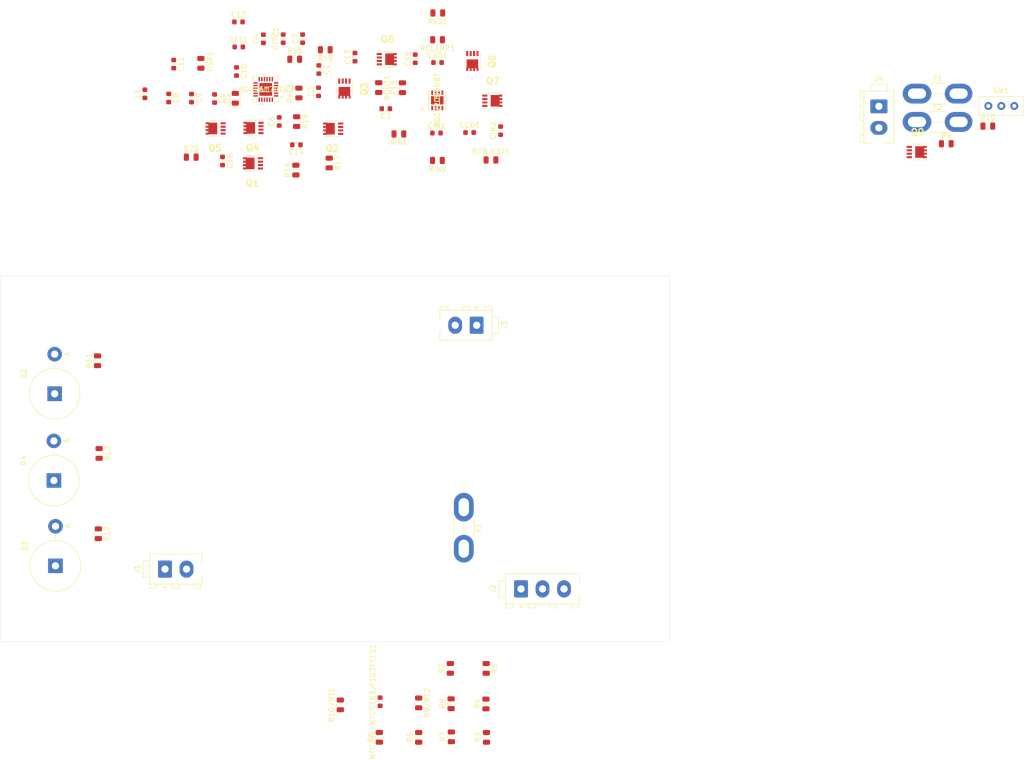
<source format=kicad_pcb>
(kicad_pcb (version 20171130) (host pcbnew "(5.1.4)-1")
  (layers (0 F.Cu signal) (31 B.Cu signal) (34 B.Paste user) (35 F.Paste user) (36 B.SilkS user) (37 F.SilkS user) (38 B.Mask user) (39 F.Mask user) (44 Edge.Cuts user))
  (net 0 "")
  (net 1 "Net-(C1-Pad2)")
  (net 2 "Net-(C2-Pad1)")
  (net 3 "Net-(C4-Pad1)")
  (net 4 REGN)
  (net 5 BTST)
  (net 6 "Net-(C7-Pad1)")
  (net 7 SRP)
  (net 8 SRN)
  (net 9 "Net-(C14-Pad2)")
  (net 10 "Net-(C14-Pad1)")
  (net 11 "Net-(C15-Pad2)")
  (net 12 "Net-(C16-Pad1)")
  (net 13 "Net-(CCD1-Pad1)")
  (net 14 VFB)
  (net 15 "Net-(CIN1-Pad2)")
  (net 16 "Net-(CIN1-Pad1)")
  (net 17 "Net-(CTTC1-Pad1)")
  (net 18 "Net-(CVD1-Pad1)")
  (net 19 "Net-(D2-Pad2)")
  (net 20 STAT1)
  (net 21 "Net-(D3-Pad2)")
  (net 22 STAT2)
  (net 23 "Net-(D4-Pad2)")
  (net 24 PG)
  (net 25 "Net-(J1-Pad1)")
  (net 26 "Net-(J2-Pad2)")
  (net 27 "Net-(NTCTH1/NTCG163JF103FT1S1-Pad2)")
  (net 28 ACSET)
  (net 29 ISET2)
  (net 30 "Net-(R7-Pad2)")
  (net 31 "Net-(R18-Pad1)")
  (net 32 "Net-(R19-Pad2)")
  (net 33 "Net-(ROUT1-Pad2)")
  (net 34 Q5S)
  (net 35 Q4D)
  (net 36 Q4S)
  (net 37 Q6S)
  (net 38 Q4G)
  (net 39 Q5G)
  (net 40 Q6D)
  (net 41 Q6G)
  (net 42 "Net-(Q8-Pad4)")
  (net 43 "Net-(F1-Pad1)")
  (net 44 "Net-(F2-Pad1)")
  (net 45 GBAT)
  (net 46 "Net-(Q9-Pad4)")
  (net 47 "Net-(R9-Pad1)")
  (module PololuSwitch:PololuSwitch (layer F.Cu) (at 255.5054 44.837199)
    (fp_text reference SW1 (at 0.1 1.4) (layer F.SilkS))
    (fp_text value SW_DIP_x01)
    (pad 3 thru_hole circle (at 2.65 4.35) (size 1.524 1.524) (drill 0.762) (layers *.Cu *.Mask))
    (pad 2 thru_hole circle (at 0.15 4.35) (size 1.524 1.524) (drill 0.762) (layers *.Cu *.Mask) (net 47 "Net-(R9-Pad1)"))
    (pad 1 thru_hole circle (at -2.35 4.35) (size 1.524 1.524) (drill 0.762) (layers *.Cu *.Mask) (net 8 SRN))
  )
  (module Resistor_SMD:R_0805_2012Metric (layer F.Cu) (at 253.0504 53.0722)
    (fp_text reference R10 (at 0 -1.65) (layer F.SilkS))
    (fp_text value R_US)
    (pad 2 smd roundrect (at 0.9375 0) (size 0.975 1.4) (layers F.Cu F.Paste F.Mask) (net 34 Q5S))
    (pad 1 smd roundrect (at -0.9375 0) (size 0.975 1.4) (layers F.Cu F.Paste F.Mask) (net 46 "Net-(Q9-Pad4)"))
  )
  (module Resistor_SMD:R_0805_2012Metric (layer F.Cu) (at 245.0604 56.4622)
    (fp_text reference R9 (at 0 -1.65) (layer F.SilkS))
    (fp_text value R_US)
    (pad 2 smd roundrect (at 0.9375 0) (size 0.975 1.4) (layers F.Cu F.Paste F.Mask) (net 46 "Net-(Q9-Pad4)"))
    (pad 1 smd roundrect (at -0.9375 0) (size 0.975 1.4) (layers F.Cu F.Paste F.Mask) (net 47 "Net-(R9-Pad1)"))
  )
  (module SI7617DN-T1-GE3:SIS862DNT1GE3 (layer F.Cu) (at 239.4954 58.0622)
    (fp_text reference Q9 (at 0 -3.81) (layer F.SilkS) (effects (font (size 1.27 1.27) (thickness 0.254))))
    (fp_text value SIS412DN-T1-GE3 hide)
    (pad 11 smd rect (at 1.175 -1.156 90) (size 0.077 0.25) (layers F.Cu F.Paste F.Mask))
    (pad 10 smd rect (at 1.175 1.156 90) (size 0.077 0.25) (layers F.Cu F.Paste F.Mask))
    (pad 9 smd rect (at 0.438 -0.002) (size 1.725 2.235) (layers F.Cu F.Paste F.Mask))
    (pad 8 smd rect (at 1.555 -0.992 90) (size 0.405 0.51) (layers F.Cu F.Paste F.Mask) (net 45 GBAT))
    (pad 7 smd rect (at 1.555 -0.332 90) (size 0.405 0.51) (layers F.Cu F.Paste F.Mask) (net 45 GBAT))
    (pad 6 smd rect (at 1.555 0.328 90) (size 0.405 0.51) (layers F.Cu F.Paste F.Mask) (net 45 GBAT))
    (pad 5 smd rect (at 1.555 0.988 90) (size 0.405 0.51) (layers F.Cu F.Paste F.Mask) (net 45 GBAT))
    (pad 4 smd rect (at -1.555 0.988 90) (size 0.405 0.99) (layers F.Cu F.Paste F.Mask) (net 46 "Net-(Q9-Pad4)"))
    (pad 3 smd rect (at -1.555 0.328 90) (size 0.405 0.99) (layers F.Cu F.Paste F.Mask) (net 34 Q5S))
    (pad 2 smd rect (at -1.555 -0.332 90) (size 0.405 0.99) (layers F.Cu F.Paste F.Mask) (net 34 Q5S))
    (pad 1 smd rect (at -1.555 -0.992 90) (size 0.405 0.99) (layers F.Cu F.Paste F.Mask) (net 34 Q5S))
  )
  (module Connector_TE-Connectivity:TE_MATE-N-LOK_1-770866-x_1x02_P4.14mm_Vertical (layer F.Cu) (at 232.0804 49.2622)
    (fp_text reference J4 (at 0 -5.35) (layer F.SilkS))
    (fp_text value Conn_01x02_Male)
    (pad "" np_thru_hole circle (at 0 8.58) (size 3.18 3.18) (drill 3.18) (layers *.Cu *.Mask))
    (pad 2 thru_hole oval (at 0 4.14) (size 3.3 2.64) (drill 1.4) (layers *.Cu *.Mask) (net 43 "Net-(F1-Pad1)"))
    (pad 1 thru_hole roundrect (at 0 0) (size 3.3 2.64) (drill 1.4) (layers *.Cu *.Mask) (roundrect_rratio 0.094697) (net 45 GBAT))
  )
  (module Fuse:Fuse_Blade_Mini_directSolder (layer F.Cu) (at 239.4204 52.2622)
    (fp_text reference F2 (at 3.95 -2.85) (layer F.SilkS))
    (fp_text value Fuse)
    (pad 2 thru_hole oval (at 8 0) (size 5.3 3.8) (drill oval 3.5 2) (layers *.Cu *.Mask) (net 37 Q6S))
    (pad 1 thru_hole oval (at 0 0) (size 5.5 3.8) (drill oval 3.5 2) (layers *.Cu *.Mask) (net 44 "Net-(F2-Pad1)"))
  )
  (module Fuse:Fuse_Blade_Mini_directSolder (layer F.Cu) (at 239.4204 46.8122)
    (fp_text reference F1 (at 3.95 -2.85) (layer F.SilkS))
    (fp_text value Fuse)
    (pad 2 thru_hole oval (at 8 0) (size 5.3 3.8) (drill oval 3.5 2) (layers *.Cu *.Mask) (net 8 SRN))
    (pad 1 thru_hole oval (at 0 0) (size 5.5 3.8) (drill oval 3.5 2) (layers *.Cu *.Mask) (net 43 "Net-(F1-Pad1)"))
  )
  (module SI7617DN-T1-GE3:SIS862DNT1GE3 (layer F.Cu) (at 129.159 45.9486 270)
    (fp_text reference Q3 (at 0 -3.81 90) (layer F.SilkS) (effects (font (size 1.27 1.27) (thickness 0.254))))
    (fp_text value SI7617DN-T1-GE3 hide)
    (pad 11 smd rect (at 1.175 -1.156) (size 0.077 0.25) (layers F.Cu F.Paste F.Mask))
    (pad 10 smd rect (at 1.175 1.156) (size 0.077 0.25) (layers F.Cu F.Paste F.Mask))
    (pad 9 smd rect (at 0.438 -0.002 270) (size 1.725 2.235) (layers F.Cu F.Paste F.Mask))
    (pad 8 smd rect (at 1.555 -0.992) (size 0.405 0.51) (layers F.Cu F.Paste F.Mask) (net 35 Q4D))
    (pad 7 smd rect (at 1.555 -0.332) (size 0.405 0.51) (layers F.Cu F.Paste F.Mask) (net 35 Q4D))
    (pad 6 smd rect (at 1.555 0.328) (size 0.405 0.51) (layers F.Cu F.Paste F.Mask) (net 35 Q4D))
    (pad 5 smd rect (at 1.555 0.988) (size 0.405 0.51) (layers F.Cu F.Paste F.Mask) (net 35 Q4D))
    (pad 4 smd rect (at -1.555 0.988) (size 0.405 0.99) (layers F.Cu F.Paste F.Mask) (net 11 "Net-(C15-Pad2)"))
    (pad 3 smd rect (at -1.555 0.328) (size 0.405 0.99) (layers F.Cu F.Paste F.Mask) (net 8 SRN))
    (pad 2 smd rect (at -1.555 -0.332) (size 0.405 0.99) (layers F.Cu F.Paste F.Mask) (net 8 SRN))
    (pad 1 smd rect (at -1.555 -0.992) (size 0.405 0.99) (layers F.Cu F.Paste F.Mask) (net 8 SRN))
  )
  (module BQ24617RGET:BQ24617RGET (layer F.Cu) (at 114.0206 45.9994 180)
    (fp_text reference U1 (at 0 0) (layer F.SilkS))
    (fp_text value BQ24617RGET (at 0 0) (layer F.SilkS))
    (fp_text user * (at -3.035 -1.881) (layer F.SilkS))
    (pad 25 smd rect (at 0 0 180) (size 2.45 2.45) (layers F.Cu F.Paste F.Mask) (net 34 Q5S))
    (pad 24 smd rect (at -1.250315 -1.975 180) (size 0.28 0.85) (layers F.Cu F.Paste F.Mask) (net 6 "Net-(C7-Pad1)"))
    (pad 23 smd rect (at -0.750189 -1.975 180) (size 0.28 0.85) (layers F.Cu F.Paste F.Mask) (net 32 "Net-(R19-Pad2)"))
    (pad 22 smd rect (at -0.250063 -1.975 180) (size 0.28 0.85) (layers F.Cu F.Paste F.Mask) (net 5 BTST))
    (pad 21 smd rect (at 0.250063 -1.975 180) (size 0.28 0.85) (layers F.Cu F.Paste F.Mask) (net 38 Q4G))
    (pad 20 smd rect (at 0.750189 -1.975 180) (size 0.28 0.85) (layers F.Cu F.Paste F.Mask) (net 36 Q4S))
    (pad 19 smd rect (at 1.250315 -1.975 180) (size 0.28 0.85) (layers F.Cu F.Paste F.Mask) (net 39 Q5G))
    (pad 18 smd rect (at 1.975 -1.25 270) (size 0.28 0.85) (layers F.Cu F.Paste F.Mask) (net 4 REGN))
    (pad 17 smd rect (at 1.975 -0.750001 270) (size 0.28 0.85) (layers F.Cu F.Paste F.Mask) (net 34 Q5S))
    (pad 16 smd rect (at 1.975 -0.25 270) (size 0.28 0.85) (layers F.Cu F.Paste F.Mask) (net 28 ACSET))
    (pad 15 smd rect (at 1.975 0.25 270) (size 0.28 0.85) (layers F.Cu F.Paste F.Mask) (net 29 ISET2))
    (pad 14 smd rect (at 1.975 0.750001 270) (size 0.28 0.85) (layers F.Cu F.Paste F.Mask) (net 7 SRP))
    (pad 13 smd rect (at 1.975 1.25 270) (size 0.28 0.85) (layers F.Cu F.Paste F.Mask) (net 8 SRN))
    (pad 12 smd rect (at 1.250315 1.975 180) (size 0.28 0.85) (layers F.Cu F.Paste F.Mask) (net 14 VFB))
    (pad 11 smd rect (at 0.750189 1.975 180) (size 0.28 0.85) (layers F.Cu F.Paste F.Mask) (net 30 "Net-(R7-Pad2)"))
    (pad 10 smd rect (at 0.250063 1.975 180) (size 0.28 0.85) (layers F.Cu F.Paste F.Mask) (net 3 "Net-(C4-Pad1)"))
    (pad 9 smd rect (at -0.250063 1.975 180) (size 0.28 0.85) (layers F.Cu F.Paste F.Mask) (net 22 STAT2))
    (pad 8 smd rect (at -0.750189 1.975 180) (size 0.28 0.85) (layers F.Cu F.Paste F.Mask) (net 24 PG))
    (pad 7 smd rect (at -1.250315 1.975 180) (size 0.28 0.85) (layers F.Cu F.Paste F.Mask) (net 17 "Net-(CTTC1-Pad1)"))
    (pad 6 smd rect (at -1.975 1.25 270) (size 0.28 0.85) (layers F.Cu F.Paste F.Mask) (net 1 "Net-(C1-Pad2)"))
    (pad 5 smd rect (at -1.975 0.750001 270) (size 0.28 0.85) (layers F.Cu F.Paste F.Mask) (net 20 STAT1))
    (pad 4 smd rect (at -1.975 0.25 270) (size 0.28 0.85) (layers F.Cu F.Paste F.Mask) (net 3 "Net-(C4-Pad1)"))
    (pad 3 smd rect (at -1.975 -0.25 270) (size 0.28 0.85) (layers F.Cu F.Paste F.Mask) (net 31 "Net-(R18-Pad1)"))
    (pad 2 smd rect (at -1.975 -0.750001 270) (size 0.28 0.85) (layers F.Cu F.Paste F.Mask) (net 2 "Net-(C2-Pad1)"))
    (pad 1 smd rect (at -1.975 -1.25 270) (size 0.28 0.85) (layers F.Cu F.Paste F.Mask) (net 35 Q4D))
  )
  (module BQ29200DRBT:BQ29200DRBT (layer F.Cu) (at 147.0406 48.1076 90)
    (fp_text reference U3 (at 0 0 90) (layer F.SilkS))
    (fp_text value BQ29200DRBT (at 0 0 90) (layer F.SilkS))
    (fp_text user * (at -1.708799 -2.468 90) (layer F.SilkS))
    (pad 9 smd rect (at 0 0 90) (size 1.6 2.4) (layers F.Cu F.Paste F.Mask) (net 34 Q5S))
    (pad 8 smd rect (at 1.475001 -0.974999 90) (size 0.85 0.35) (layers F.Cu F.Paste F.Mask) (net 33 "Net-(ROUT1-Pad2)"))
    (pad 7 smd rect (at 1.475001 -0.325001 90) (size 0.85 0.35) (layers F.Cu F.Paste F.Mask) (net 18 "Net-(CVD1-Pad1)"))
    (pad 6 smd rect (at 1.475001 0.325001 90) (size 0.85 0.35) (layers F.Cu F.Paste F.Mask) (net 34 Q5S))
    (pad 5 smd rect (at 1.475001 0.974999 90) (size 0.85 0.35) (layers F.Cu F.Paste F.Mask) (net 34 Q5S))
    (pad 4 smd rect (at -1.475001 0.974999 90) (size 0.85 0.35) (layers F.Cu F.Paste F.Mask) (net 13 "Net-(CCD1-Pad1)"))
    (pad 3 smd rect (at -1.475001 0.325001 90) (size 0.85 0.35) (layers F.Cu F.Paste F.Mask) (net 41 Q6G))
    (pad 2 smd rect (at -1.475001 -0.325001 90) (size 0.85 0.35) (layers F.Cu F.Paste F.Mask) (net 15 "Net-(CIN1-Pad2)"))
    (pad 1 smd rect (at -1.475001 -0.974999 90) (size 0.85 0.35) (layers F.Cu F.Paste F.Mask) (net 16 "Net-(CIN1-Pad1)"))
  )
  (module Resistor_SMD:R_0805_2012Metric (layer F.Cu) (at 147.1422 31.2674 180)
    (fp_text reference RVD1 (at 0 -1.65) (layer F.SilkS))
    (fp_text value 100Ohm)
    (pad 2 smd roundrect (at 0.9375 0 180) (size 0.975 1.4) (layers F.Cu F.Paste F.Mask) (net 18 "Net-(CVD1-Pad1)"))
    (pad 1 smd roundrect (at -0.9375 0 180) (size 0.975 1.4) (layers F.Cu F.Paste F.Mask) (net 37 Q6S))
  )
  (module Resistor_SMD:R_0805_2012Metric (layer F.Cu) (at 101.5238 40.9702 270)
    (fp_text reference RSR1 (at -0.3556 -1.778 90) (layer F.SilkS))
    (fp_text value 10mOhm)
    (pad 2 smd roundrect (at 0.9375 0 270) (size 0.975 1.4) (layers F.Cu F.Paste F.Mask) (net 7 SRP))
    (pad 1 smd roundrect (at -0.9375 0 270) (size 0.975 1.4) (layers F.Cu F.Paste F.Mask) (net 8 SRN))
  )
  (module Resistor_SMD:R_0805_2012Metric (layer F.Cu) (at 135.763 45.6438 270)
    (fp_text reference ROUT1 (at 0 -1.65 90) (layer F.SilkS))
    (fp_text value 1kOhm)
    (pad 2 smd roundrect (at 0.9375 0 270) (size 0.975 1.4) (layers F.Cu F.Paste F.Mask) (net 33 "Net-(ROUT1-Pad2)"))
    (pad 1 smd roundrect (at -0.9375 0 270) (size 0.975 1.4) (layers F.Cu F.Paste F.Mask) (net 42 "Net-(Q8-Pad4)"))
  )
  (module Resistor_SMD:R_0805_2012Metric (layer F.Cu) (at 147.066 59.69 180)
    (fp_text reference RIN2 (at 0 -1.65) (layer F.SilkS))
    (fp_text value 1kOhm)
    (pad 2 smd roundrect (at 0.9375 0 180) (size 0.975 1.4) (layers F.Cu F.Paste F.Mask) (net 26 "Net-(J2-Pad2)"))
    (pad 1 smd roundrect (at -0.9375 0 180) (size 0.975 1.4) (layers F.Cu F.Paste F.Mask) (net 15 "Net-(CIN1-Pad2)"))
  )
  (module Resistor_SMD:R_0805_2012Metric (layer F.Cu) (at 139.6492 54.5846 180)
    (fp_text reference RIN1 (at 0 -1.65) (layer F.SilkS))
    (fp_text value 1kOhm)
    (pad 2 smd roundrect (at 0.9375 0 180) (size 0.975 1.4) (layers F.Cu F.Paste F.Mask) (net 37 Q6S))
    (pad 1 smd roundrect (at -0.9375 0 180) (size 0.975 1.4) (layers F.Cu F.Paste F.Mask) (net 16 "Net-(CIN1-Pad1)"))
  )
  (module Resistor_SMD:R_0805_2012Metric (layer F.Cu) (at 147.0937 36.4236 180)
    (fp_text reference RCLAMP1 (at 0 -1.65) (layer F.SilkS))
    (fp_text value 3kOhm)
    (pad 2 smd roundrect (at 0.9375 0 180) (size 0.975 1.4) (layers F.Cu F.Paste F.Mask) (net 40 Q6D))
    (pad 1 smd roundrect (at -0.9375 0 180) (size 0.975 1.4) (layers F.Cu F.Paste F.Mask) (net 41 Q6G))
  )
  (module Resistor_SMD:R_0805_2012Metric (layer F.Cu) (at 157.3784 59.5884)
    (fp_text reference RCB_EXT1 (at 0 -1.65) (layer F.SilkS))
    (fp_text value 5.3Ohm)
    (pad 2 smd roundrect (at 0.9375 0) (size 0.975 1.4) (layers F.Cu F.Paste F.Mask) (net 40 Q6D))
    (pad 1 smd roundrect (at -0.9375 0) (size 0.975 1.4) (layers F.Cu F.Paste F.Mask) (net 26 "Net-(J2-Pad2)"))
  )
  (module Resistor_SMD:R_0805_2012Metric (layer F.Cu) (at 120.396 46.6875 90)
    (fp_text reference RAC1 (at 0 -1.65 90) (layer F.SilkS))
    (fp_text value 10mOhm)
    (pad 2 smd roundrect (at 0.9375 0 90) (size 0.975 1.4) (layers F.Cu F.Paste F.Mask) (net 2 "Net-(C2-Pad1)"))
    (pad 1 smd roundrect (at -0.9375 0 90) (size 0.975 1.4) (layers F.Cu F.Paste F.Mask) (net 35 Q4D))
  )
  (module Resistor_SMD:R_0805_2012Metric (layer F.Cu) (at 143.4592 164.211 270)
    (fp_text reference R9/RT2 (at 0 -1.65 90) (layer F.SilkS))
    (fp_text value 9071Ohm)
    (pad 2 smd roundrect (at 0.9375 0 270) (size 0.975 1.4) (layers F.Cu F.Paste F.Mask) (net 3 "Net-(C4-Pad1)"))
    (pad 1 smd roundrect (at -0.9375 0 270) (size 0.975 1.4) (layers F.Cu F.Paste F.Mask) (net 27 "Net-(NTCTH1/NTCG163JF103FT1S1-Pad2)"))
  )
  (module Resistor_SMD:R_0805_2012Metric (layer F.Cu) (at 128.3716 164.5897 90)
    (fp_text reference R10/RT1 (at 0 -1.65 90) (layer F.SilkS))
    (fp_text value 2454Ohm)
    (pad 2 smd roundrect (at 0.9375 0 90) (size 0.975 1.4) (layers F.Cu F.Paste F.Mask) (net 27 "Net-(NTCTH1/NTCG163JF103FT1S1-Pad2)"))
    (pad 1 smd roundrect (at -0.9375 0 90) (size 0.975 1.4) (layers F.Cu F.Paste F.Mask) (net 34 Q5S))
  )
  (module Resistor_SMD:R_0805_2012Metric (layer F.Cu) (at 99.6719 59.055)
    (fp_text reference R20 (at 0 -1.65) (layer F.SilkS))
    (fp_text value 2Ohm)
    (pad 2 smd roundrect (at 0.9375 0) (size 0.975 1.4) (layers F.Cu F.Paste F.Mask) (net 12 "Net-(C16-Pad1)"))
    (pad 1 smd roundrect (at -0.9375 0) (size 0.975 1.4) (layers F.Cu F.Paste F.Mask) (net 25 "Net-(J1-Pad1)"))
  )
  (module Resistor_SMD:R_0805_2012Metric (layer F.Cu) (at 125.476 38.354 180)
    (fp_text reference R19 (at 0 -1.65) (layer F.SilkS))
    (fp_text value 1kOhm)
    (pad 2 smd roundrect (at 0.9375 0 180) (size 0.975 1.4) (layers F.Cu F.Paste F.Mask) (net 32 "Net-(R19-Pad2)"))
    (pad 1 smd roundrect (at -0.9375 0 180) (size 0.975 1.4) (layers F.Cu F.Paste F.Mask) (net 11 "Net-(C15-Pad2)"))
  )
  (module Resistor_SMD:R_0805_2012Metric (layer F.Cu) (at 119.9642 52.197 270)
    (fp_text reference R18 (at 0 -1.65 90) (layer F.SilkS))
    (fp_text value 1kOhm)
    (pad 2 smd roundrect (at 0.9375 0 270) (size 0.975 1.4) (layers F.Cu F.Paste F.Mask) (net 9 "Net-(C14-Pad2)"))
    (pad 1 smd roundrect (at -0.9375 0 270) (size 0.975 1.4) (layers F.Cu F.Paste F.Mask) (net 31 "Net-(R18-Pad1)"))
  )
  (module Resistor_SMD:R_0805_2012Metric (layer F.Cu) (at 126.238 60.1749 270)
    (fp_text reference R17 (at 0 -1.65 90) (layer F.SilkS))
    (fp_text value 10Ohm)
    (pad 2 smd roundrect (at 0.9375 0 270) (size 0.975 1.4) (layers F.Cu F.Paste F.Mask) (net 10 "Net-(C14-Pad1)"))
    (pad 1 smd roundrect (at -0.9375 0 270) (size 0.975 1.4) (layers F.Cu F.Paste F.Mask) (net 6 "Net-(C7-Pad1)"))
  )
  (module Resistor_SMD:R_0805_2012Metric (layer F.Cu) (at 119.5832 40.1828)
    (fp_text reference R16 (at 0 -1.65) (layer F.SilkS))
    (fp_text value 100Ohm)
    (pad 2 smd roundrect (at 0.9375 0) (size 0.975 1.4) (layers F.Cu F.Paste F.Mask) (net 27 "Net-(NTCTH1/NTCG163JF103FT1S1-Pad2)"))
    (pad 1 smd roundrect (at -0.9375 0) (size 0.975 1.4) (layers F.Cu F.Paste F.Mask) (net 1 "Net-(C1-Pad2)"))
  )
  (module Resistor_SMD:R_0805_2012Metric (layer F.Cu) (at 140.335 45.6692 90)
    (fp_text reference R15 (at 0 -1.65 90) (layer F.SilkS))
    (fp_text value 100kOhm)
    (pad 2 smd roundrect (at 0.9375 0 90) (size 0.975 1.4) (layers F.Cu F.Paste F.Mask) (net 11 "Net-(C15-Pad2)"))
    (pad 1 smd roundrect (at -0.9375 0 90) (size 0.975 1.4) (layers F.Cu F.Paste F.Mask) (net 35 Q4D))
  )
  (module Resistor_SMD:R_0805_2012Metric (layer F.Cu) (at 119.8118 61.5442 90)
    (fp_text reference R14 (at 0 -1.65 90) (layer F.SilkS))
    (fp_text value 100kOhm)
    (pad 2 smd roundrect (at 0.9375 0 90) (size 0.975 1.4) (layers F.Cu F.Paste F.Mask) (net 9 "Net-(C14-Pad2)"))
    (pad 1 smd roundrect (at -0.9375 0 90) (size 0.975 1.4) (layers F.Cu F.Paste F.Mask) (net 10 "Net-(C14-Pad1)"))
  )
  (module Resistor_SMD:R_0805_2012Metric (layer F.Cu) (at 81.9277 116.1415 270)
    (fp_text reference R13 (at 0 -1.65 90) (layer F.SilkS))
    (fp_text value 10kOhm)
    (pad 2 smd roundrect (at 0.9375 0 270) (size 0.975 1.4) (layers F.Cu F.Paste F.Mask) (net 25 "Net-(J1-Pad1)"))
    (pad 1 smd roundrect (at -0.9375 0 270) (size 0.975 1.4) (layers F.Cu F.Paste F.Mask) (net 23 "Net-(D4-Pad2)"))
  )
  (module Resistor_SMD:R_0805_2012Metric (layer F.Cu) (at 81.7753 131.6078 270)
    (fp_text reference R12 (at 0 -1.65 90) (layer F.SilkS))
    (fp_text value 10kOhm)
    (pad 2 smd roundrect (at 0.9375 0 270) (size 0.975 1.4) (layers F.Cu F.Paste F.Mask) (net 25 "Net-(J1-Pad1)"))
    (pad 1 smd roundrect (at -0.9375 0 270) (size 0.975 1.4) (layers F.Cu F.Paste F.Mask) (net 21 "Net-(D3-Pad2)"))
  )
  (module Resistor_SMD:R_0805_2012Metric (layer F.Cu) (at 81.6229 98.2853 90)
    (fp_text reference R11 (at 0 -1.65 90) (layer F.SilkS))
    (fp_text value 10kOhm)
    (pad 2 smd roundrect (at 0.9375 0 90) (size 0.975 1.4) (layers F.Cu F.Paste F.Mask) (net 25 "Net-(J1-Pad1)"))
    (pad 1 smd roundrect (at -0.9375 0 90) (size 0.975 1.4) (layers F.Cu F.Paste F.Mask) (net 19 "Net-(D2-Pad2)"))
  )
  (module Resistor_SMD:R_0805_2012Metric (layer F.Cu) (at 149.7076 164.3634 90)
    (fp_text reference R8 (at 0 -1.65 90) (layer F.SilkS))
    (fp_text value 26kOhm)
    (pad 2 smd roundrect (at 0.9375 0 90) (size 0.975 1.4) (layers F.Cu F.Paste F.Mask) (net 34 Q5S))
    (pad 1 smd roundrect (at -0.9375 0 90) (size 0.975 1.4) (layers F.Cu F.Paste F.Mask) (net 30 "Net-(R7-Pad2)"))
  )
  (module Resistor_SMD:R_0805_2012Metric (layer F.Cu) (at 149.7584 170.7411 90)
    (fp_text reference R7 (at 0 -1.65 90) (layer F.SilkS))
    (fp_text value 100kOhm)
    (pad 2 smd roundrect (at 0.9375 0 90) (size 0.975 1.4) (layers F.Cu F.Paste F.Mask) (net 30 "Net-(R7-Pad2)"))
    (pad 1 smd roundrect (at -0.9375 0 90) (size 0.975 1.4) (layers F.Cu F.Paste F.Mask) (net 3 "Net-(C4-Pad1)"))
  )
  (module Resistor_SMD:R_0805_2012Metric (layer F.Cu) (at 135.89 170.8381 90)
    (fp_text reference R6 (at 0 -1.65 90) (layer F.SilkS))
    (fp_text value 2.2kOhm)
    (pad 2 smd roundrect (at 0.9375 0 90) (size 0.975 1.4) (layers F.Cu F.Paste F.Mask) (net 34 Q5S))
    (pad 1 smd roundrect (at -0.9375 0 90) (size 0.975 1.4) (layers F.Cu F.Paste F.Mask) (net 29 ISET2))
  )
  (module Resistor_SMD:R_0805_2012Metric (layer F.Cu) (at 143.4592 170.8427 90)
    (fp_text reference R5 (at 0 -1.65 90) (layer F.SilkS))
    (fp_text value 100kOhm)
    (pad 2 smd roundrect (at 0.9375 0 90) (size 0.975 1.4) (layers F.Cu F.Paste F.Mask) (net 29 ISET2))
    (pad 1 smd roundrect (at -0.9375 0 90) (size 0.975 1.4) (layers F.Cu F.Paste F.Mask) (net 3 "Net-(C4-Pad1)"))
  )
  (module Resistor_SMD:R_0805_2012Metric (layer F.Cu) (at 156.4132 164.4142 90)
    (fp_text reference R4 (at 0 -1.65 90) (layer F.SilkS))
    (fp_text value 32kOhm)
    (pad 2 smd roundrect (at 0.9375 0 90) (size 0.975 1.4) (layers F.Cu F.Paste F.Mask) (net 34 Q5S))
    (pad 1 smd roundrect (at -0.9375 0 90) (size 0.975 1.4) (layers F.Cu F.Paste F.Mask) (net 28 ACSET))
  )
  (module Resistor_SMD:R_0805_2012Metric (layer F.Cu) (at 156.5148 170.8427 90)
    (fp_text reference R3 (at 0 -1.65 90) (layer F.SilkS))
    (fp_text value 100kOhm)
    (pad 2 smd roundrect (at 0.9375 0 90) (size 0.975 1.4) (layers F.Cu F.Paste F.Mask) (net 28 ACSET))
    (pad 1 smd roundrect (at -0.9375 0 90) (size 0.975 1.4) (layers F.Cu F.Paste F.Mask) (net 3 "Net-(C4-Pad1)"))
  )
  (module Resistor_SMD:R_0805_2012Metric (layer F.Cu) (at 149.5552 157.5562 90)
    (fp_text reference R2 (at 0 -1.65 90) (layer F.SilkS))
    (fp_text value 300kOhm)
    (pad 2 smd roundrect (at 0.9375 0 90) (size 0.975 1.4) (layers F.Cu F.Paste F.Mask) (net 14 VFB))
    (pad 1 smd roundrect (at -0.9375 0 90) (size 0.975 1.4) (layers F.Cu F.Paste F.Mask) (net 8 SRN))
  )
  (module Resistor_SMD:R_0805_2012Metric (layer F.Cu) (at 156.464 157.5562 270)
    (fp_text reference R1 (at 0 -1.65 90) (layer F.SilkS))
    (fp_text value 100kOhm)
    (pad 2 smd roundrect (at 0.9375 0 270) (size 0.975 1.4) (layers F.Cu F.Paste F.Mask) (net 34 Q5S))
    (pad 1 smd roundrect (at -0.9375 0 270) (size 0.975 1.4) (layers F.Cu F.Paste F.Mask) (net 14 VFB))
  )
  (module SI7617DN-T1-GE3:SIS862DNT1GE3 (layer F.Cu) (at 137.4394 40.1828)
    (fp_text reference Q8 (at 0 -3.81) (layer F.SilkS) (effects (font (size 1.27 1.27) (thickness 0.254))))
    (fp_text value SIS412DN-T1-GE3 hide)
    (pad 11 smd rect (at 1.175 -1.156 90) (size 0.077 0.25) (layers F.Cu F.Paste F.Mask))
    (pad 10 smd rect (at 1.175 1.156 90) (size 0.077 0.25) (layers F.Cu F.Paste F.Mask))
    (pad 9 smd rect (at 0.438 -0.002) (size 1.725 2.235) (layers F.Cu F.Paste F.Mask))
    (pad 8 smd rect (at 1.555 -0.992 90) (size 0.405 0.51) (layers F.Cu F.Paste F.Mask) (net 44 "Net-(F2-Pad1)"))
    (pad 7 smd rect (at 1.555 -0.332 90) (size 0.405 0.51) (layers F.Cu F.Paste F.Mask) (net 44 "Net-(F2-Pad1)"))
    (pad 6 smd rect (at 1.555 0.328 90) (size 0.405 0.51) (layers F.Cu F.Paste F.Mask) (net 44 "Net-(F2-Pad1)"))
    (pad 5 smd rect (at 1.555 0.988 90) (size 0.405 0.51) (layers F.Cu F.Paste F.Mask) (net 44 "Net-(F2-Pad1)"))
    (pad 4 smd rect (at -1.555 0.988 90) (size 0.405 0.99) (layers F.Cu F.Paste F.Mask) (net 42 "Net-(Q8-Pad4)"))
    (pad 3 smd rect (at -1.555 0.328 90) (size 0.405 0.99) (layers F.Cu F.Paste F.Mask) (net 34 Q5S))
    (pad 2 smd rect (at -1.555 -0.332 90) (size 0.405 0.99) (layers F.Cu F.Paste F.Mask) (net 34 Q5S))
    (pad 1 smd rect (at -1.555 -0.992 90) (size 0.405 0.99) (layers F.Cu F.Paste F.Mask) (net 34 Q5S))
  )
  (module SI7617DN-T1-GE3:SIS862DNT1GE3 (layer F.Cu) (at 157.7532 48.1858)
    (fp_text reference Q7 (at 0 -3.81) (layer F.SilkS) (effects (font (size 1.27 1.27) (thickness 0.254))))
    (fp_text value SI7617DN-T1-GE3 hide)
    (pad 11 smd rect (at 1.175 -1.156 90) (size 0.077 0.25) (layers F.Cu F.Paste F.Mask))
    (pad 10 smd rect (at 1.175 1.156 90) (size 0.077 0.25) (layers F.Cu F.Paste F.Mask))
    (pad 9 smd rect (at 0.438 -0.002) (size 1.725 2.235) (layers F.Cu F.Paste F.Mask))
    (pad 8 smd rect (at 1.555 -0.992 90) (size 0.405 0.51) (layers F.Cu F.Paste F.Mask) (net 34 Q5S))
    (pad 7 smd rect (at 1.555 -0.332 90) (size 0.405 0.51) (layers F.Cu F.Paste F.Mask) (net 34 Q5S))
    (pad 6 smd rect (at 1.555 0.328 90) (size 0.405 0.51) (layers F.Cu F.Paste F.Mask) (net 34 Q5S))
    (pad 5 smd rect (at 1.555 0.988 90) (size 0.405 0.51) (layers F.Cu F.Paste F.Mask) (net 34 Q5S))
    (pad 4 smd rect (at -1.555 0.988 90) (size 0.405 0.99) (layers F.Cu F.Paste F.Mask) (net 41 Q6G))
    (pad 3 smd rect (at -1.555 0.328 90) (size 0.405 0.99) (layers F.Cu F.Paste F.Mask) (net 40 Q6D))
    (pad 2 smd rect (at -1.555 -0.332 90) (size 0.405 0.99) (layers F.Cu F.Paste F.Mask) (net 40 Q6D))
    (pad 1 smd rect (at -1.555 -0.992 90) (size 0.405 0.99) (layers F.Cu F.Paste F.Mask) (net 40 Q6D))
  )
  (module SI7617DN-T1-GE3:SIS862DNT1GE3 (layer F.Cu) (at 153.795 40.6338 270)
    (fp_text reference Q6 (at 0 -3.81 90) (layer F.SilkS) (effects (font (size 1.27 1.27) (thickness 0.254))))
    (fp_text value SIS412DN-T1-GE3 hide)
    (pad 11 smd rect (at 1.175 -1.156) (size 0.077 0.25) (layers F.Cu F.Paste F.Mask))
    (pad 10 smd rect (at 1.175 1.156) (size 0.077 0.25) (layers F.Cu F.Paste F.Mask))
    (pad 9 smd rect (at 0.438 -0.002 270) (size 1.725 2.235) (layers F.Cu F.Paste F.Mask))
    (pad 8 smd rect (at 1.555 -0.992) (size 0.405 0.51) (layers F.Cu F.Paste F.Mask) (net 40 Q6D))
    (pad 7 smd rect (at 1.555 -0.332) (size 0.405 0.51) (layers F.Cu F.Paste F.Mask) (net 40 Q6D))
    (pad 6 smd rect (at 1.555 0.328) (size 0.405 0.51) (layers F.Cu F.Paste F.Mask) (net 40 Q6D))
    (pad 5 smd rect (at 1.555 0.988) (size 0.405 0.51) (layers F.Cu F.Paste F.Mask) (net 40 Q6D))
    (pad 4 smd rect (at -1.555 0.988) (size 0.405 0.99) (layers F.Cu F.Paste F.Mask) (net 41 Q6G))
    (pad 3 smd rect (at -1.555 0.328) (size 0.405 0.99) (layers F.Cu F.Paste F.Mask) (net 37 Q6S))
    (pad 2 smd rect (at -1.555 -0.332) (size 0.405 0.99) (layers F.Cu F.Paste F.Mask) (net 37 Q6S))
    (pad 1 smd rect (at -1.555 -0.992) (size 0.405 0.99) (layers F.Cu F.Paste F.Mask) (net 37 Q6S))
  )
  (module SI7617DN-T1-GE3:SIS862DNT1GE3 (layer F.Cu) (at 104.2478 53.5158 180)
    (fp_text reference Q5 (at 0 -3.81) (layer F.SilkS) (effects (font (size 1.27 1.27) (thickness 0.254))))
    (fp_text value SIS412DN-T1-GE3 hide)
    (pad 11 smd rect (at 1.175 -1.156 270) (size 0.077 0.25) (layers F.Cu F.Paste F.Mask))
    (pad 10 smd rect (at 1.175 1.156 270) (size 0.077 0.25) (layers F.Cu F.Paste F.Mask))
    (pad 9 smd rect (at 0.438 -0.002 180) (size 1.725 2.235) (layers F.Cu F.Paste F.Mask))
    (pad 8 smd rect (at 1.555 -0.992 270) (size 0.405 0.51) (layers F.Cu F.Paste F.Mask) (net 36 Q4S))
    (pad 7 smd rect (at 1.555 -0.332 270) (size 0.405 0.51) (layers F.Cu F.Paste F.Mask) (net 36 Q4S))
    (pad 6 smd rect (at 1.555 0.328 270) (size 0.405 0.51) (layers F.Cu F.Paste F.Mask) (net 36 Q4S))
    (pad 5 smd rect (at 1.555 0.988 270) (size 0.405 0.51) (layers F.Cu F.Paste F.Mask) (net 36 Q4S))
    (pad 4 smd rect (at -1.555 0.988 270) (size 0.405 0.99) (layers F.Cu F.Paste F.Mask) (net 39 Q5G))
    (pad 3 smd rect (at -1.555 0.328 270) (size 0.405 0.99) (layers F.Cu F.Paste F.Mask) (net 34 Q5S))
    (pad 2 smd rect (at -1.555 -0.332 270) (size 0.405 0.99) (layers F.Cu F.Paste F.Mask) (net 34 Q5S))
    (pad 1 smd rect (at -1.555 -0.992 270) (size 0.405 0.99) (layers F.Cu F.Paste F.Mask) (net 34 Q5S))
  )
  (module SI7617DN-T1-GE3:SIS862DNT1GE3 (layer F.Cu) (at 111.5314 53.4162 180)
    (fp_text reference Q4 (at 0 -3.81) (layer F.SilkS) (effects (font (size 1.27 1.27) (thickness 0.254))))
    (fp_text value SIS412DN-T1-GE3 hide)
    (pad 11 smd rect (at 1.175 -1.156 270) (size 0.077 0.25) (layers F.Cu F.Paste F.Mask))
    (pad 10 smd rect (at 1.175 1.156 270) (size 0.077 0.25) (layers F.Cu F.Paste F.Mask))
    (pad 9 smd rect (at 0.438 -0.002 180) (size 1.725 2.235) (layers F.Cu F.Paste F.Mask))
    (pad 8 smd rect (at 1.555 -0.992 270) (size 0.405 0.51) (layers F.Cu F.Paste F.Mask) (net 35 Q4D))
    (pad 7 smd rect (at 1.555 -0.332 270) (size 0.405 0.51) (layers F.Cu F.Paste F.Mask) (net 35 Q4D))
    (pad 6 smd rect (at 1.555 0.328 270) (size 0.405 0.51) (layers F.Cu F.Paste F.Mask) (net 35 Q4D))
    (pad 5 smd rect (at 1.555 0.988 270) (size 0.405 0.51) (layers F.Cu F.Paste F.Mask) (net 35 Q4D))
    (pad 4 smd rect (at -1.555 0.988 270) (size 0.405 0.99) (layers F.Cu F.Paste F.Mask) (net 38 Q4G))
    (pad 3 smd rect (at -1.555 0.328 270) (size 0.405 0.99) (layers F.Cu F.Paste F.Mask) (net 36 Q4S))
    (pad 2 smd rect (at -1.555 -0.332 270) (size 0.405 0.99) (layers F.Cu F.Paste F.Mask) (net 36 Q4S))
    (pad 1 smd rect (at -1.555 -0.992 270) (size 0.405 0.99) (layers F.Cu F.Paste F.Mask) (net 36 Q4S))
  )
  (module SI7617DN-T1-GE3:SIS862DNT1GE3 (layer F.Cu) (at 126.8792 53.5666 180)
    (fp_text reference Q2 (at 0 -3.81) (layer F.SilkS) (effects (font (size 1.27 1.27) (thickness 0.254))))
    (fp_text value SI7617DN-T1-GE3 hide)
    (pad 11 smd rect (at 1.175 -1.156 270) (size 0.077 0.25) (layers F.Cu F.Paste F.Mask))
    (pad 10 smd rect (at 1.175 1.156 270) (size 0.077 0.25) (layers F.Cu F.Paste F.Mask))
    (pad 9 smd rect (at 0.438 -0.002 180) (size 1.725 2.235) (layers F.Cu F.Paste F.Mask))
    (pad 8 smd rect (at 1.555 -0.992 270) (size 0.405 0.51) (layers F.Cu F.Paste F.Mask) (net 2 "Net-(C2-Pad1)"))
    (pad 7 smd rect (at 1.555 -0.332 270) (size 0.405 0.51) (layers F.Cu F.Paste F.Mask) (net 2 "Net-(C2-Pad1)"))
    (pad 6 smd rect (at 1.555 0.328 270) (size 0.405 0.51) (layers F.Cu F.Paste F.Mask) (net 2 "Net-(C2-Pad1)"))
    (pad 5 smd rect (at 1.555 0.988 270) (size 0.405 0.51) (layers F.Cu F.Paste F.Mask) (net 2 "Net-(C2-Pad1)"))
    (pad 4 smd rect (at -1.555 0.988 270) (size 0.405 0.99) (layers F.Cu F.Paste F.Mask) (net 9 "Net-(C14-Pad2)"))
    (pad 3 smd rect (at -1.555 0.328 270) (size 0.405 0.99) (layers F.Cu F.Paste F.Mask) (net 10 "Net-(C14-Pad1)"))
    (pad 2 smd rect (at -1.555 -0.332 270) (size 0.405 0.99) (layers F.Cu F.Paste F.Mask) (net 10 "Net-(C14-Pad1)"))
    (pad 1 smd rect (at -1.555 -0.992 270) (size 0.405 0.99) (layers F.Cu F.Paste F.Mask) (net 10 "Net-(C14-Pad1)"))
  )
  (module SI7617DN-T1-GE3:SIS862DNT1GE3 (layer F.Cu) (at 111.4354 60.2474 180)
    (fp_text reference Q1 (at 0 -3.81) (layer F.SilkS) (effects (font (size 1.27 1.27) (thickness 0.254))))
    (fp_text value SI7617DN-T1-GE3 hide)
    (pad 11 smd rect (at 1.175 -1.156 270) (size 0.077 0.25) (layers F.Cu F.Paste F.Mask))
    (pad 10 smd rect (at 1.175 1.156 270) (size 0.077 0.25) (layers F.Cu F.Paste F.Mask))
    (pad 9 smd rect (at 0.438 -0.002 180) (size 1.725 2.235) (layers F.Cu F.Paste F.Mask))
    (pad 8 smd rect (at 1.555 -0.992 270) (size 0.405 0.51) (layers F.Cu F.Paste F.Mask) (net 25 "Net-(J1-Pad1)"))
    (pad 7 smd rect (at 1.555 -0.332 270) (size 0.405 0.51) (layers F.Cu F.Paste F.Mask) (net 25 "Net-(J1-Pad1)"))
    (pad 6 smd rect (at 1.555 0.328 270) (size 0.405 0.51) (layers F.Cu F.Paste F.Mask) (net 25 "Net-(J1-Pad1)"))
    (pad 5 smd rect (at 1.555 0.988 270) (size 0.405 0.51) (layers F.Cu F.Paste F.Mask) (net 25 "Net-(J1-Pad1)"))
    (pad 4 smd rect (at -1.555 0.988 270) (size 0.405 0.99) (layers F.Cu F.Paste F.Mask) (net 9 "Net-(C14-Pad2)"))
    (pad 3 smd rect (at -1.555 0.328 270) (size 0.405 0.99) (layers F.Cu F.Paste F.Mask) (net 10 "Net-(C14-Pad1)"))
    (pad 2 smd rect (at -1.555 -0.332 270) (size 0.405 0.99) (layers F.Cu F.Paste F.Mask) (net 10 "Net-(C14-Pad1)"))
    (pad 1 smd rect (at -1.555 -0.992 270) (size 0.405 0.99) (layers F.Cu F.Paste F.Mask) (net 10 "Net-(C14-Pad1)"))
  )
  (module Resistor_SMD:R_0603_1608Metric (layer F.Cu) (at 136.0424 163.9825 90)
    (fp_text reference NTCTH1/NTCG163JF103FT1S1 (at 0 -1.43 90) (layer F.SilkS))
    (fp_text value 10kOhm)
    (pad 2 smd roundrect (at 0.7875 0 90) (size 0.875 0.95) (layers F.Cu F.Paste F.Mask) (net 27 "Net-(NTCTH1/NTCG163JF103FT1S1-Pad2)"))
    (pad 1 smd roundrect (at -0.7875 0 90) (size 0.875 0.95) (layers F.Cu F.Paste F.Mask) (net 34 Q5S))
  )
  (module Inductor_SMD:L_0603_1608Metric (layer F.Cu) (at 90.7288 46.8376 90)
    (fp_text reference L1 (at 0 -1.43 90) (layer F.SilkS))
    (fp_text value 6.8uH)
    (pad 2 smd roundrect (at 0.7875 0 90) (size 0.875 0.95) (layers F.Cu F.Paste F.Mask) (net 7 SRP))
    (pad 1 smd roundrect (at -0.7875 0 90) (size 0.875 0.95) (layers F.Cu F.Paste F.Mask) (net 36 Q4S))
  )
  (module Connector_TE-Connectivity:TE_MATE-N-LOK_1-770866-x_1x02_P4.14mm_Vertical (layer F.Cu) (at 154.63 91.44 270)
    (fp_text reference J3 (at 0 -5.35 90) (layer F.SilkS))
    (fp_text value Conn_01x02_Male)
    (pad "" np_thru_hole circle (at 0 8.58 270) (size 3.18 3.18) (drill 3.18) (layers *.Cu *.Mask))
    (pad 2 thru_hole oval (at 0 4.14 270) (size 3.3 2.64) (drill 1.4) (layers *.Cu *.Mask) (net 35 Q4D))
    (pad 1 thru_hole roundrect (at 0 0 270) (size 3.3 2.64) (drill 1.4) (layers *.Cu *.Mask) (roundrect_rratio 0.094697) (net 34 Q5S))
  )
  (module Connector_TE-Connectivity:TE_MATE-N-LOK_1-770870-x_1x03_P4.14mm_Vertical (layer F.Cu) (at 163.17 142.24 90)
    (fp_text reference J2 (at 0 -5.34 90) (layer F.SilkS))
    (fp_text value Conn_01x03_Male)
    (pad "" np_thru_hole circle (at 0 12.72 90) (size 3.18 3.18) (drill 3.18) (layers *.Cu *.Mask))
    (pad 3 thru_hole oval (at 0 8.28 90) (size 3.3 2.64) (drill 1.4) (layers *.Cu *.Mask) (net 34 Q5S))
    (pad 2 thru_hole oval (at 0 4.14 90) (size 3.3 2.64) (drill 1.4) (layers *.Cu *.Mask) (net 26 "Net-(J2-Pad2)"))
    (pad 1 thru_hole roundrect (at 0 0 90) (size 3.3 2.64) (drill 1.4) (layers *.Cu *.Mask) (roundrect_rratio 0.094697) (net 37 Q6S))
  )
  (module Connector_TE-Connectivity:TE_MATE-N-LOK_1-770866-x_1x02_P4.14mm_Vertical (layer F.Cu) (at 94.615 138.43 90)
    (fp_text reference J1 (at 0 -5.35 90) (layer F.SilkS))
    (fp_text value Conn_01x02_Male)
    (pad "" np_thru_hole circle (at 0 8.58 90) (size 3.18 3.18) (drill 3.18) (layers *.Cu *.Mask))
    (pad 2 thru_hole oval (at 0 4.14 90) (size 3.3 2.64) (drill 1.4) (layers *.Cu *.Mask) (net 34 Q5S))
    (pad 1 thru_hole roundrect (at 0 0 90) (size 3.3 2.64) (drill 1.4) (layers *.Cu *.Mask) (roundrect_rratio 0.094697) (net 25 "Net-(J1-Pad1)"))
  )
  (module Fuse:Fuse_Blade_Mini_directSolder (layer F.Cu) (at 152.146 126.492 270)
    (fp_text reference F1 (at 3.95 -2.85 90) (layer F.SilkS))
    (fp_text value Fuse)
    (pad 2 thru_hole oval (at 8 0 270) (size 5.3 3.8) (drill oval 3.5 2) (layers *.Cu *.Mask) (net 37 Q6S))
    (pad 1 thru_hole oval (at 0 0 270) (size 5.5 3.8) (drill oval 3.5 2) (layers *.Cu *.Mask) (net 8 SRN))
  )
  (module Diode_THT:D_5KP_P7.62mm_Vertical_AnodeUp (layer F.Cu) (at 73.2155 121.3485 90)
    (fp_text reference D4 (at 3.81 -5.885 90) (layer F.SilkS))
    (fp_text value LED)
    (fp_text user A (at 7.62 2.4 90) (layer F.SilkS))
    (pad 2 thru_hole oval (at 7.62 0 90) (size 2.8 2.8) (drill 1.4) (layers *.Cu *.Mask) (net 23 "Net-(D4-Pad2)"))
    (pad 1 thru_hole rect (at 0 0 90) (size 2.8 2.8) (drill 1.4) (layers *.Cu *.Mask) (net 24 PG))
  )
  (module Diode_THT:D_5KP_P7.62mm_Vertical_AnodeUp (layer F.Cu) (at 73.5203 137.795 90)
    (fp_text reference D3 (at 3.81 -5.885 90) (layer F.SilkS))
    (fp_text value LED)
    (fp_text user A (at 7.62 2.4 90) (layer F.SilkS))
    (pad 2 thru_hole oval (at 7.62 0 90) (size 2.8 2.8) (drill 1.4) (layers *.Cu *.Mask) (net 21 "Net-(D3-Pad2)"))
    (pad 1 thru_hole rect (at 0 0 90) (size 2.8 2.8) (drill 1.4) (layers *.Cu *.Mask) (net 22 STAT2))
  )
  (module Diode_THT:D_5KP_P7.62mm_Vertical_AnodeUp (layer F.Cu) (at 73.3679 104.6353 90)
    (fp_text reference D2 (at 3.81 -5.885 90) (layer F.SilkS))
    (fp_text value LED)
    (fp_text user A (at 7.62 2.4 90) (layer F.SilkS))
    (pad 2 thru_hole oval (at 7.62 0 90) (size 2.8 2.8) (drill 1.4) (layers *.Cu *.Mask) (net 19 "Net-(D2-Pad2)"))
    (pad 1 thru_hole rect (at 0 0 90) (size 2.8 2.8) (drill 1.4) (layers *.Cu *.Mask) (net 20 STAT1))
  )
  (module Diode_SMD:D_0805_2012Metric (layer F.Cu) (at 108.1532 47.7012 90)
    (fp_text reference D1 (at 0 -1.65 90) (layer F.SilkS))
    (fp_text value D_Schottky)
    (pad 2 smd roundrect (at 0.9375 0 90) (size 0.975 1.4) (layers F.Cu F.Paste F.Mask) (net 4 REGN))
    (pad 1 smd roundrect (at -0.9375 0 90) (size 0.975 1.4) (layers F.Cu F.Paste F.Mask) (net 5 BTST))
  )
  (module Capacitor_SMD:C_0603_1608Metric (layer F.Cu) (at 147.0914 40.8178)
    (fp_text reference CVD1 (at 0 -1.43) (layer F.SilkS))
    (fp_text value .1uF)
    (pad 2 smd roundrect (at 0.7875 0) (size 0.875 0.95) (layers F.Cu F.Paste F.Mask) (net 34 Q5S))
    (pad 1 smd roundrect (at -0.7875 0) (size 0.875 0.95) (layers F.Cu F.Paste F.Mask) (net 18 "Net-(CVD1-Pad1)"))
  )
  (module Capacitor_SMD:C_0603_1608Metric (layer F.Cu) (at 117.3734 36.2205 90)
    (fp_text reference CTTC1 (at 0 -1.43 90) (layer F.SilkS))
    (fp_text value 43nF)
    (pad 2 smd roundrect (at 0.7875 0 90) (size 0.875 0.95) (layers F.Cu F.Paste F.Mask) (net 34 Q5S))
    (pad 1 smd roundrect (at -0.7875 0 90) (size 0.875 0.95) (layers F.Cu F.Paste F.Mask) (net 17 "Net-(CTTC1-Pad1)"))
  )
  (module Capacitor_SMD:C_0603_1608Metric (layer F.Cu) (at 159.2326 53.9496 90)
    (fp_text reference CIN2 (at 0 -1.43 90) (layer F.SilkS))
    (fp_text value .1uF)
    (pad 2 smd roundrect (at 0.7875 0 90) (size 0.875 0.95) (layers F.Cu F.Paste F.Mask) (net 34 Q5S))
    (pad 1 smd roundrect (at -0.7875 0 90) (size 0.875 0.95) (layers F.Cu F.Paste F.Mask) (net 15 "Net-(CIN1-Pad2)"))
  )
  (module Capacitor_SMD:C_0603_1608Metric (layer F.Cu) (at 146.8882 54.4068)
    (fp_text reference CIN1 (at 0 -1.43) (layer F.SilkS))
    (fp_text value .1uF)
    (pad 2 smd roundrect (at 0.7875 0) (size 0.875 0.95) (layers F.Cu F.Paste F.Mask) (net 15 "Net-(CIN1-Pad2)"))
    (pad 1 smd roundrect (at -0.7875 0) (size 0.875 0.95) (layers F.Cu F.Paste F.Mask) (net 16 "Net-(CIN1-Pad1)"))
  )
  (module Capacitor_SMD:C_0603_1608Metric (layer F.Cu) (at 108.8137 37.8206)
    (fp_text reference CFF1 (at 0 -1.43) (layer F.SilkS))
    (fp_text value 22pF)
    (pad 2 smd roundrect (at 0.7875 0) (size 0.875 0.95) (layers F.Cu F.Paste F.Mask) (net 14 VFB))
    (pad 1 smd roundrect (at -0.7875 0) (size 0.875 0.95) (layers F.Cu F.Paste F.Mask) (net 8 SRN))
  )
  (module Capacitor_SMD:C_0603_1608Metric (layer F.Cu) (at 153.2635 54.3052)
    (fp_text reference CCD1 (at 0 -1.43) (layer F.SilkS))
    (fp_text value .33uF)
    (pad 2 smd roundrect (at 0.7875 0) (size 0.875 0.95) (layers F.Cu F.Paste F.Mask) (net 34 Q5S))
    (pad 1 smd roundrect (at -0.7875 0) (size 0.875 0.95) (layers F.Cu F.Paste F.Mask) (net 13 "Net-(CCD1-Pad1)"))
  )
  (module Capacitor_SMD:C_0603_1608Metric (layer F.Cu) (at 105.6894 59.7916 270)
    (fp_text reference C16 (at 0 -1.43 90) (layer F.SilkS))
    (fp_text value 2.2uF)
    (pad 2 smd roundrect (at 0.7875 0 270) (size 0.875 0.95) (layers F.Cu F.Paste F.Mask) (net 34 Q5S))
    (pad 1 smd roundrect (at -0.7875 0 270) (size 0.875 0.95) (layers F.Cu F.Paste F.Mask) (net 12 "Net-(C16-Pad1)"))
  )
  (module Capacitor_SMD:C_0603_1608Metric (layer F.Cu) (at 142.7988 40.0812 90)
    (fp_text reference C15 (at 0 -1.43 90) (layer F.SilkS))
    (fp_text value 0.1uF)
    (pad 2 smd roundrect (at 0.7875 0 90) (size 0.875 0.95) (layers F.Cu F.Paste F.Mask) (net 11 "Net-(C15-Pad2)"))
    (pad 1 smd roundrect (at -0.7875 0 90) (size 0.875 0.95) (layers F.Cu F.Paste F.Mask) (net 35 Q4D))
  )
  (module Capacitor_SMD:C_0603_1608Metric (layer F.Cu) (at 119.9134 56.6674 180)
    (fp_text reference C14 (at 0 -1.43) (layer F.SilkS))
    (fp_text value 0.1uF)
    (pad 2 smd roundrect (at 0.7875 0 180) (size 0.875 0.95) (layers F.Cu F.Paste F.Mask) (net 9 "Net-(C14-Pad2)"))
    (pad 1 smd roundrect (at -0.7875 0 180) (size 0.875 0.95) (layers F.Cu F.Paste F.Mask) (net 10 "Net-(C14-Pad1)"))
  )
  (module Capacitor_SMD:C_0603_1608Metric (layer F.Cu) (at 131.191 39.7765 90)
    (fp_text reference C13 (at 0 -1.43 90) (layer F.SilkS))
    (fp_text value 10uF)
    (pad 2 smd roundrect (at 0.7875 0 90) (size 0.875 0.95) (layers F.Cu F.Paste F.Mask) (net 34 Q5S))
    (pad 1 smd roundrect (at -0.7875 0 90) (size 0.875 0.95) (layers F.Cu F.Paste F.Mask) (net 8 SRN))
  )
  (module Capacitor_SMD:C_0603_1608Metric (layer F.Cu) (at 108.7628 32.9946)
    (fp_text reference C12 (at 0 -1.43) (layer F.SilkS))
    (fp_text value 10uF)
    (pad 2 smd roundrect (at 0.7875 0) (size 0.875 0.95) (layers F.Cu F.Paste F.Mask) (net 34 Q5S))
    (pad 1 smd roundrect (at -0.7875 0) (size 0.875 0.95) (layers F.Cu F.Paste F.Mask) (net 8 SRN))
  )
  (module Capacitor_SMD:C_0603_1608Metric (layer F.Cu) (at 96.2914 41.1226 270)
    (fp_text reference C11 (at 0 -1.43 90) (layer F.SilkS))
    (fp_text value 0.1uF)
    (pad 2 smd roundrect (at 0.7875 0 270) (size 0.875 0.95) (layers F.Cu F.Paste F.Mask) (net 7 SRP))
    (pad 1 smd roundrect (at -0.7875 0 270) (size 0.875 0.95) (layers F.Cu F.Paste F.Mask) (net 8 SRN))
  )
  (module Capacitor_SMD:C_0603_1608Metric (layer F.Cu) (at 108.3818 42.545 270)
    (fp_text reference C10 (at 0 -1.43 90) (layer F.SilkS))
    (fp_text value 0.1uF)
    (pad 2 smd roundrect (at 0.7875 0 270) (size 0.875 0.95) (layers F.Cu F.Paste F.Mask) (net 34 Q5S))
    (pad 1 smd roundrect (at -0.7875 0 270) (size 0.875 0.95) (layers F.Cu F.Paste F.Mask) (net 7 SRP))
  )
  (module Capacitor_SMD:C_0603_1608Metric (layer F.Cu) (at 99.7204 47.6758 270)
    (fp_text reference C9 (at 0 -1.43 90) (layer F.SilkS))
    (fp_text value 10uF)
    (pad 2 smd roundrect (at 0.7875 0 270) (size 0.875 0.95) (layers F.Cu F.Paste F.Mask) (net 34 Q5S))
    (pad 1 smd roundrect (at -0.7875 0 270) (size 0.875 0.95) (layers F.Cu F.Paste F.Mask) (net 35 Q4D))
  )
  (module Capacitor_SMD:C_0603_1608Metric (layer F.Cu) (at 95.3262 47.6504 270)
    (fp_text reference C8 (at 0 -1.43 90) (layer F.SilkS))
    (fp_text value 10uF)
    (pad 2 smd roundrect (at 0.7875 0 270) (size 0.875 0.95) (layers F.Cu F.Paste F.Mask) (net 34 Q5S))
    (pad 1 smd roundrect (at -0.7875 0 270) (size 0.875 0.95) (layers F.Cu F.Paste F.Mask) (net 35 Q4D))
  )
  (module Capacitor_SMD:C_0603_1608Metric (layer F.Cu) (at 121.1072 36.2204 90)
    (fp_text reference C7 (at 0 -1.43 90) (layer F.SilkS))
    (fp_text value 1uF)
    (pad 2 smd roundrect (at 0.7875 0 90) (size 0.875 0.95) (layers F.Cu F.Paste F.Mask) (net 34 Q5S))
    (pad 1 smd roundrect (at -0.7875 0 90) (size 0.875 0.95) (layers F.Cu F.Paste F.Mask) (net 6 "Net-(C7-Pad1)"))
  )
  (module Capacitor_SMD:C_0603_1608Metric (layer F.Cu) (at 116.6114 52.1716 90)
    (fp_text reference C6 (at 0 -1.43 90) (layer F.SilkS))
    (fp_text value 0.1uF)
    (pad 2 smd roundrect (at 0.7875 0 90) (size 0.875 0.95) (layers F.Cu F.Paste F.Mask) (net 5 BTST))
    (pad 1 smd roundrect (at -0.7875 0 90) (size 0.875 0.95) (layers F.Cu F.Paste F.Mask) (net 36 Q4S))
  )
  (module Capacitor_SMD:C_0603_1608Metric (layer F.Cu) (at 104.1654 47.752 270)
    (fp_text reference C5 (at 0 -1.43 90) (layer F.SilkS))
    (fp_text value 1uF)
    (pad 2 smd roundrect (at 0.7875 0 270) (size 0.875 0.95) (layers F.Cu F.Paste F.Mask) (net 34 Q5S))
    (pad 1 smd roundrect (at -0.7875 0 270) (size 0.875 0.95) (layers F.Cu F.Paste F.Mask) (net 4 REGN))
  )
  (module Capacitor_SMD:C_0603_1608Metric (layer F.Cu) (at 113.5634 36.2457 90)
    (fp_text reference C4 (at 0 -1.43 90) (layer F.SilkS))
    (fp_text value 1uF)
    (pad 2 smd roundrect (at 0.7875 0 90) (size 0.875 0.95) (layers F.Cu F.Paste F.Mask) (net 34 Q5S))
    (pad 1 smd roundrect (at -0.7875 0 90) (size 0.875 0.95) (layers F.Cu F.Paste F.Mask) (net 3 "Net-(C4-Pad1)"))
  )
  (module Capacitor_SMD:C_0603_1608Metric (layer F.Cu) (at 137.1346 49.7078 180)
    (fp_text reference C3 (at 0 -1.43) (layer F.SilkS))
    (fp_text value 0.1uF)
    (pad 2 smd roundrect (at 0.7875 0 180) (size 0.875 0.95) (layers F.Cu F.Paste F.Mask) (net 2 "Net-(C2-Pad1)"))
    (pad 1 smd roundrect (at -0.7875 0 180) (size 0.875 0.95) (layers F.Cu F.Paste F.Mask) (net 35 Q4D))
  )
  (module Capacitor_SMD:C_0603_1608Metric (layer F.Cu) (at 124.1806 46.4566 90)
    (fp_text reference C2 (at 0 -1.43 90) (layer F.SilkS))
    (fp_text value 0.1uF)
    (pad 2 smd roundrect (at 0.7875 0 90) (size 0.875 0.95) (layers F.Cu F.Paste F.Mask) (net 34 Q5S))
    (pad 1 smd roundrect (at -0.7875 0 90) (size 0.875 0.95) (layers F.Cu F.Paste F.Mask) (net 2 "Net-(C2-Pad1)"))
  )
  (module Capacitor_SMD:C_0603_1608Metric (layer F.Cu) (at 124.2314 42.1639 270)
    (fp_text reference C1 (at 0 -1.43 90) (layer F.SilkS))
    (fp_text value 0.1uF)
    (pad 2 smd roundrect (at 0.7875 0 270) (size 0.875 0.95) (layers F.Cu F.Paste F.Mask) (net 1 "Net-(C1-Pad2)"))
    (pad 1 smd roundrect (at -0.7875 0 270) (size 0.875 0.95) (layers F.Cu F.Paste F.Mask) (net 34 Q5S))
  )
  (gr_line (start 62.865 81.915) (end 62.865 152.4) (layer Edge.Cuts) (width 0.05))
  (gr_line (start 191.77 81.915) (end 62.865 81.915) (layer Edge.Cuts) (width 0.05))
  (gr_line (start 191.77 152.4) (end 191.77 81.915) (layer Edge.Cuts) (width 0.05))
  (gr_line (start 62.865 152.4) (end 191.77 152.4) (layer Edge.Cuts) (width 0.05))
)
</source>
